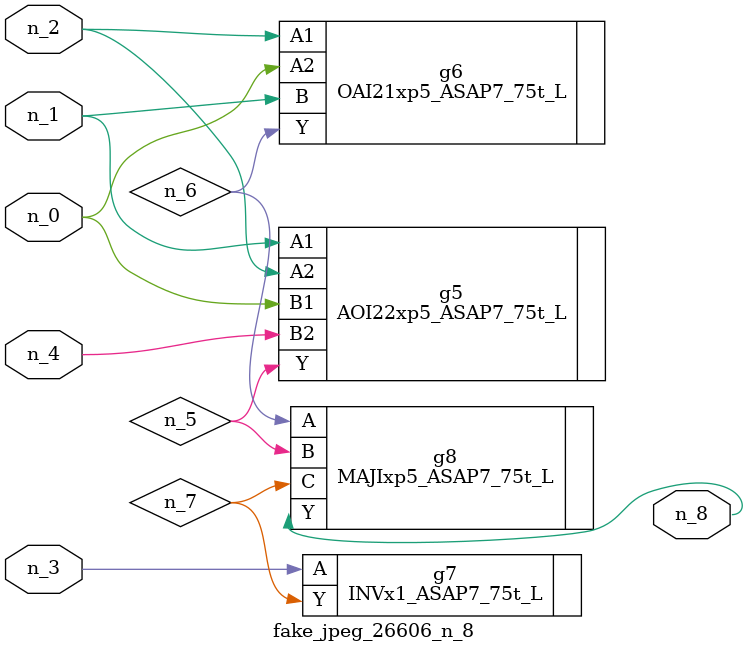
<source format=v>
module fake_jpeg_26606_n_8 (n_3, n_2, n_1, n_0, n_4, n_8);

input n_3;
input n_2;
input n_1;
input n_0;
input n_4;

output n_8;

wire n_6;
wire n_5;
wire n_7;

AOI22xp5_ASAP7_75t_L g5 ( 
.A1(n_1),
.A2(n_2),
.B1(n_0),
.B2(n_4),
.Y(n_5)
);

OAI21xp5_ASAP7_75t_L g6 ( 
.A1(n_2),
.A2(n_0),
.B(n_1),
.Y(n_6)
);

INVx1_ASAP7_75t_L g7 ( 
.A(n_3),
.Y(n_7)
);

MAJIxp5_ASAP7_75t_L g8 ( 
.A(n_6),
.B(n_5),
.C(n_7),
.Y(n_8)
);


endmodule
</source>
